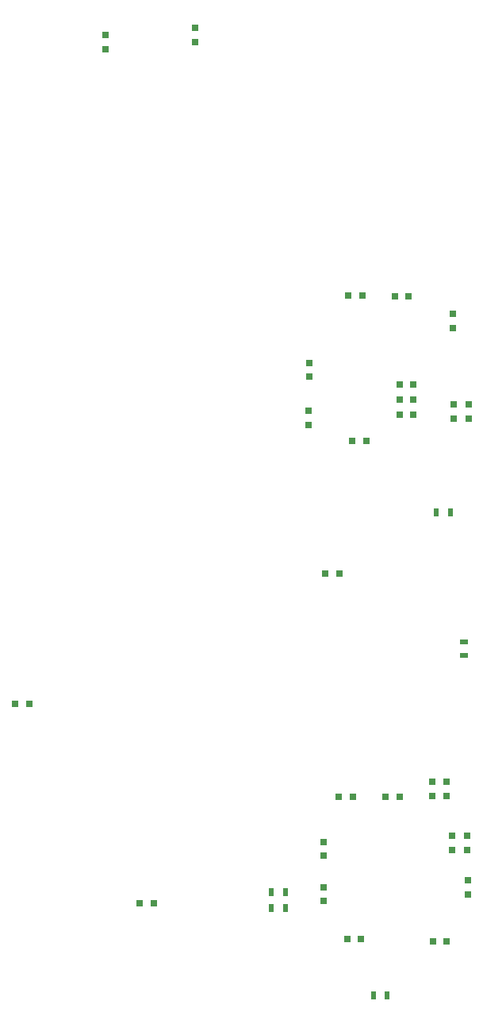
<source format=gbr>
G04 #@! TF.FileFunction,Paste,Bot*
%FSLAX46Y46*%
G04 Gerber Fmt 4.6, Leading zero omitted, Abs format (unit mm)*
G04 Created by KiCad (PCBNEW 4.0.2-stable) date 19/04/2016 11:25:51*
%MOMM*%
G01*
G04 APERTURE LIST*
%ADD10C,0.100000*%
%ADD11R,0.750000X0.800000*%
%ADD12R,0.800000X0.750000*%
%ADD13R,0.500000X0.900000*%
%ADD14R,0.900000X0.500000*%
G04 APERTURE END LIST*
D10*
D11*
X86296500Y-107835000D03*
X86296500Y-109335000D03*
D12*
X78942500Y-108902500D03*
X80442500Y-108902500D03*
X78942500Y-107315000D03*
X80442500Y-107315000D03*
D11*
X84709000Y-107835000D03*
X84709000Y-109335000D03*
X84645500Y-98183000D03*
X84645500Y-99683000D03*
D12*
X78434500Y-96329500D03*
X79934500Y-96329500D03*
X73481500Y-96266000D03*
X74981500Y-96266000D03*
D11*
X69278500Y-104890000D03*
X69278500Y-103390000D03*
X69237000Y-110013000D03*
X69237000Y-108513000D03*
D12*
X73926000Y-111696500D03*
X75426000Y-111696500D03*
X80442500Y-105727500D03*
X78942500Y-105727500D03*
D13*
X82879500Y-119316500D03*
X84379500Y-119316500D03*
D11*
X47561500Y-69965000D03*
X47561500Y-68465000D03*
X57086500Y-67703000D03*
X57086500Y-69203000D03*
D12*
X82435000Y-148018500D03*
X83935000Y-148018500D03*
X82435000Y-149606000D03*
X83935000Y-149606000D03*
D11*
X86169500Y-153809000D03*
X86169500Y-155309000D03*
D12*
X51193000Y-160972500D03*
X52693000Y-160972500D03*
X71005000Y-125857000D03*
X72505000Y-125857000D03*
X37921500Y-139763500D03*
X39421500Y-139763500D03*
X77482000Y-149669500D03*
X78982000Y-149669500D03*
X72465500Y-149669500D03*
X73965500Y-149669500D03*
D11*
X70802500Y-155944000D03*
X70802500Y-154444000D03*
X70802500Y-160770000D03*
X70802500Y-159270000D03*
D12*
X74854500Y-164846000D03*
X73354500Y-164846000D03*
X83998500Y-165036500D03*
X82498500Y-165036500D03*
D11*
X86233000Y-160071500D03*
X86233000Y-158571500D03*
X84582000Y-153809000D03*
X84582000Y-155309000D03*
D13*
X76148500Y-170815000D03*
X77648500Y-170815000D03*
X65290000Y-159829500D03*
X66790000Y-159829500D03*
X65290000Y-161544000D03*
X66790000Y-161544000D03*
D14*
X85852000Y-134608000D03*
X85852000Y-133108000D03*
M02*

</source>
